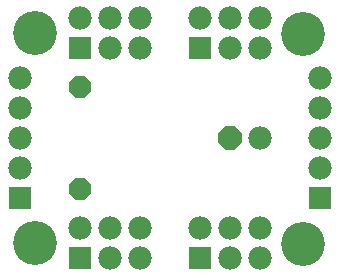
<source format=gbr>
G04 EAGLE Gerber RS-274X export*
G75*
%MOMM*%
%FSLAX34Y34*%
%LPD*%
%INSoldermask Bottom*%
%IPPOS*%
%AMOC8*
5,1,8,0,0,1.08239X$1,22.5*%
G01*
%ADD10C,1.981200*%
%ADD11R,1.981200X1.981200*%
%ADD12C,3.719200*%
%ADD13P,2.034460X8X292.500000*%
%ADD14P,2.144431X8X202.500000*%


D10*
X63500Y38100D03*
X88900Y38100D03*
X114300Y38100D03*
D11*
X63500Y12700D03*
D10*
X88900Y12700D03*
X114300Y12700D03*
X165100Y38100D03*
X190500Y38100D03*
X215900Y38100D03*
D11*
X165100Y12700D03*
D10*
X190500Y12700D03*
X215900Y12700D03*
D12*
X25400Y203200D03*
X252730Y201930D03*
X25400Y25400D03*
X252730Y24130D03*
D11*
X12700Y63500D03*
D10*
X12700Y88900D03*
X12700Y114300D03*
X12700Y139700D03*
X12700Y165100D03*
D11*
X266700Y63500D03*
D10*
X266700Y88900D03*
X266700Y114300D03*
X266700Y139700D03*
X266700Y165100D03*
X63500Y215900D03*
X88900Y215900D03*
X114300Y215900D03*
D11*
X63500Y190500D03*
D10*
X88900Y190500D03*
X114300Y190500D03*
X165100Y215900D03*
X190500Y215900D03*
X215900Y215900D03*
D11*
X165100Y190500D03*
D10*
X190500Y190500D03*
X215900Y190500D03*
D13*
X63500Y157480D03*
X63500Y71120D03*
D14*
X190500Y114300D03*
D10*
X215900Y114300D03*
M02*

</source>
